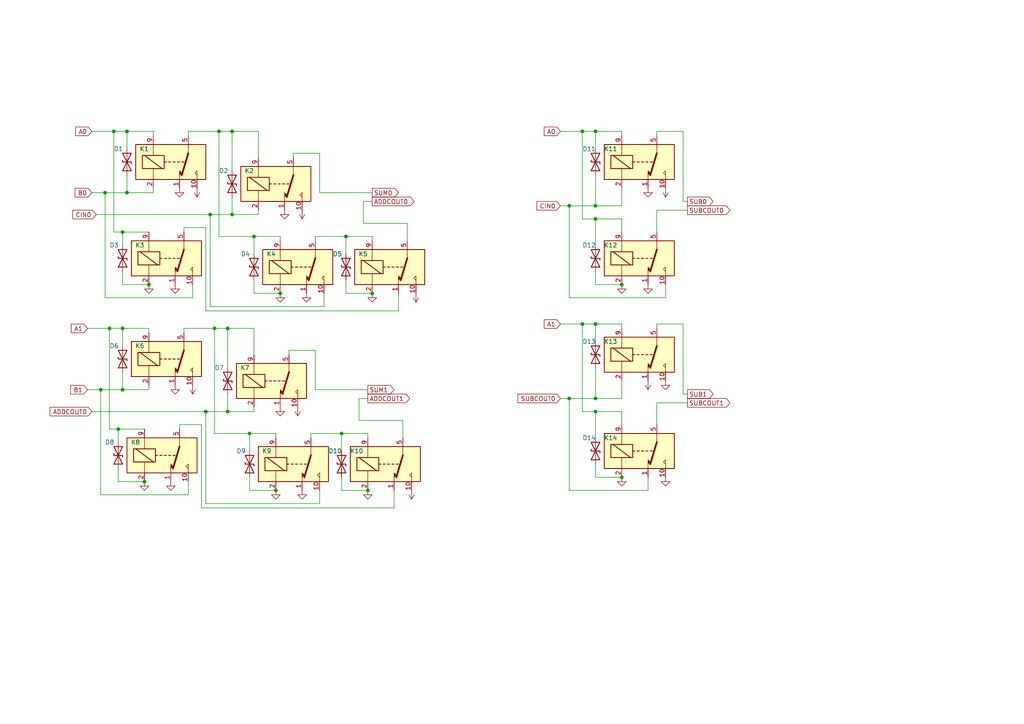
<source format=kicad_sch>
(kicad_sch (version 20230121) (generator eeschema)
  (paper "A4")
  (lib_symbols
    (symbol "Device:D_TVS" (pin_numbers hide) (pin_names (offset 1.016) hide)
      (property "Reference" "D" (at 0 2.54 0))
      (property "Value" "D_TVS" (at 0 -2.54 0))
      (symbol "D_TVS_0_1"
        (polyline (pts (xy 1.27 0) (xy -1.27 0)))
        (polyline (pts (xy 0.508 1.27) (xy 0 1.27) (xy 0 -1.27) (xy -0.508 -1.27)) (stroke (width 0.254)))
        (polyline (pts (xy -2.54 1.27) (xy -2.54 -1.27) (xy 2.54 1.27) (xy 2.54 -1.27) (xy -2.54 1.27)) (stroke (width 0.254)))
      )
      (symbol "D_TVS_1_1"
        (pin passive line (at -3.81 0 0) (length 2.54) (name "A1") (number "1"))
        (pin passive line (at 3.81 0 180) (length 2.54) (name "A2") (number "2"))
      )
    )
    (symbol "Relay:G5V-1"
      (property "Reference" "K" (at 11.43 3.81 0))
      (property "Value" "G5V-1" (at 11.43 1.27 0))
      (symbol "G5V-1_0_0"
        (polyline (pts (xy 7.62 5.08) (xy 7.62 2.54) (xy 6.985 3.175) (xy 7.62 3.81)))
      )
      (symbol "G5V-1_0_1"
        (rectangle (start -10.16 5.08) (end 10.16 -5.08) (stroke (width 0.254)) (fill (type background)))
        (rectangle (start -8.255 1.905) (end -1.905 -1.905) (stroke (width 0.254)))
        (polyline (pts (xy -7.62 -1.905) (xy -2.54 1.905)) (stroke (width 0.254)))
        (polyline (pts (xy -5.08 -5.08) (xy -5.08 -1.905)))
        (polyline (pts (xy -5.08 5.08) (xy -5.08 1.905)))
        (polyline (pts (xy -1.905 0) (xy -1.27 0)) (stroke (width 0.254)))
        (polyline (pts (xy -0.635 0) (xy 0 0)) (stroke (width 0.254)))
        (polyline (pts (xy 0.635 0) (xy 1.27 0)) (stroke (width 0.254)))
        (polyline (pts (xy 1.905 0) (xy 2.54 0)) (stroke (width 0.254)))
        (polyline (pts (xy 3.175 0) (xy 3.81 0)) (stroke (width 0.254)))
        (polyline (pts (xy 5.08 -2.54) (xy 3.175 3.81)) (stroke (width 0.508)))
        (polyline (pts (xy 5.08 -2.54) (xy 5.08 -5.08)))
        (polyline (pts (xy 2.54 5.08) (xy 2.54 2.54) (xy 3.175 3.175) (xy 2.54 3.81)) (fill (type outline)))
      )
      (symbol "G5V-1_1_1"
        (pin passive line (at 2.54 7.62 270) (length 2.54) (name "~") (number "1"))
        (pin passive line (at 7.62 7.62 270) (length 2.54) (name "~") (number "10"))
        (pin passive line (at -5.08 7.62 270) (length 2.54) (name "~") (number "2"))
        (pin passive line (at 5.08 -7.62 90) (length 2.54) (name "~") (number "5"))
        (pin passive line (at 5.08 -7.62 90) (length 2.54) hide (name "~") (number "6"))
        (pin passive line (at -5.08 -7.62 90) (length 2.54) (name "~") (number "9"))
      )
    )
    (symbol "power:+5V" (power) (pin_names (offset 0))
      (property "Value" "+5V" (at 0 3.556 0))
      (symbol "+5V_0_1"
        (polyline (pts (xy -0.762 1.27) (xy 0 2.54)))
        (polyline (pts (xy 0 0) (xy 0 2.54)))
        (polyline (pts (xy 0 2.54) (xy 0.762 1.27)))
      )
      (symbol "+5V_1_1"
        (pin power_in line (at 0 0 90) (length 0) hide (name "+5V") (number "1"))
      )
    )
    (symbol "power:GND" (power) (pin_names (offset 0))
      (property "Value" "GND" (at 0 -3.81 0))
      (symbol "GND_0_1"
        (polyline (pts (xy 0 0) (xy 0 -1.27) (xy 1.27 -1.27) (xy 0 -2.54) (xy -1.27 -1.27) (xy 0 -1.27)))
      )
      (symbol "GND_1_1"
        (pin power_in line (at 0 0 270) (length 0) hide (name "GND") (number "1"))
      )
    )
  )
  (junction (at 35.56 95.25))
  (junction (at 81.28 85.09))
  (junction (at 165.1 115.57))
  (junction (at 168.91 93.98))
  (junction (at 73.66 68.58))
  (junction (at 72.39 125.73))
  (junction (at 59.69 119.38))
  (junction (at 35.56 67.31))
  (junction (at 60.96 62.23))
  (junction (at 172.72 93.98))
  (junction (at 172.72 63.5))
  (junction (at 30.48 55.88))
  (junction (at 34.29 124.46))
  (junction (at 165.1 59.69))
  (junction (at 107.95 85.09))
  (junction (at 172.72 38.1))
  (junction (at 29.21 113.03))
  (junction (at 172.72 119.38))
  (junction (at 63.5 38.1))
  (junction (at 35.56 113.03))
  (junction (at 41.91 139.7))
  (junction (at 66.04 95.25))
  (junction (at 172.72 59.69))
  (junction (at 66.04 119.38))
  (junction (at 180.34 138.43))
  (junction (at 106.68 142.24))
  (junction (at 36.83 55.88))
  (junction (at 100.33 68.58))
  (junction (at 67.31 38.1))
  (junction (at 180.34 82.55))
  (junction (at 33.02 38.1))
  (junction (at 67.31 62.23))
  (junction (at 62.23 95.25))
  (junction (at 99.06 125.73))
  (junction (at 172.72 115.57))
  (junction (at 31.75 95.25))
  (junction (at 36.83 38.1))
  (junction (at 168.91 38.1))
  (junction (at 43.18 82.55))
  (junction (at 80.01 142.24))
  (wire (pts (xy 63.5 38.1) (xy 67.31 38.1)))
  (wire (pts (xy 180.34 67.31) (xy 180.34 63.5)))
  (wire (pts (xy 193.04 82.55) (xy 193.04 86.36)))
  (wire (pts (xy 91.44 101.6) (xy 83.82 101.6)))
  (wire (pts (xy 59.69 119.38) (xy 66.04 119.38)))
  (wire (pts (xy 172.72 138.43) (xy 180.34 138.43)))
  (wire (pts (xy 172.72 59.69) (xy 180.34 59.69)))
  (wire (pts (xy 66.04 119.38) (xy 73.66 119.38)))
  (wire (pts (xy 165.1 115.57) (xy 165.1 142.24)))
  (wire (pts (xy 55.88 86.36) (xy 55.88 82.55)))
  (wire (pts (xy 168.91 93.98) (xy 168.91 119.38)))
  (wire (pts (xy 72.39 138.43) (xy 72.39 142.24)))
  (wire (pts (xy 180.34 54.61) (xy 180.34 59.69)))
  (wire (pts (xy 67.31 57.15) (xy 67.31 62.23)))
  (wire (pts (xy 26.67 119.38) (xy 59.69 119.38)))
  (wire (pts (xy 31.75 124.46) (xy 34.29 124.46)))
  (wire (pts (xy 165.1 142.24) (xy 187.96 142.24)))
  (wire (pts (xy 168.91 38.1) (xy 168.91 63.5)))
  (wire (pts (xy 34.29 124.46) (xy 34.29 128.27)))
  (wire (pts (xy 165.1 59.69) (xy 172.72 59.69)))
  (wire (pts (xy 73.66 85.09) (xy 81.28 85.09)))
  (wire (pts (xy 198.12 93.98) (xy 198.12 114.3)))
  (wire (pts (xy 44.45 55.88) (xy 44.45 54.61)))
  (wire (pts (xy 74.93 45.72) (xy 74.93 38.1)))
  (wire (pts (xy 29.21 143.51) (xy 54.61 143.51)))
  (wire (pts (xy 52.07 123.19) (xy 52.07 124.46)))
  (wire (pts (xy 107.95 55.88) (xy 92.71 55.88)))
  (wire (pts (xy 80.01 125.73) (xy 80.01 127)))
  (wire (pts (xy 33.02 67.31) (xy 35.56 67.31)))
  (wire (pts (xy 58.42 123.19) (xy 52.07 123.19)))
  (wire (pts (xy 162.56 59.69) (xy 165.1 59.69)))
  (wire (pts (xy 66.04 95.25) (xy 66.04 106.68)))
  (wire (pts (xy 198.12 58.42) (xy 199.39 58.42)))
  (wire (pts (xy 31.75 95.25) (xy 35.56 95.25)))
  (wire (pts (xy 180.34 63.5) (xy 172.72 63.5)))
  (wire (pts (xy 168.91 38.1) (xy 172.72 38.1)))
  (wire (pts (xy 27.94 62.23) (xy 60.96 62.23)))
  (wire (pts (xy 85.09 44.45) (xy 85.09 45.72)))
  (wire (pts (xy 180.34 110.49) (xy 180.34 115.57)))
  (wire (pts (xy 58.42 147.32) (xy 58.42 123.19)))
  (wire (pts (xy 72.39 142.24) (xy 80.01 142.24)))
  (wire (pts (xy 67.31 62.23) (xy 74.93 62.23)))
  (wire (pts (xy 36.83 38.1) (xy 44.45 38.1)))
  (wire (pts (xy 72.39 125.73) (xy 80.01 125.73)))
  (wire (pts (xy 162.56 93.98) (xy 168.91 93.98)))
  (wire (pts (xy 162.56 115.57) (xy 165.1 115.57)))
  (wire (pts (xy 29.21 113.03) (xy 29.21 143.51)))
  (wire (pts (xy 35.56 113.03) (xy 43.18 113.03)))
  (wire (pts (xy 44.45 38.1) (xy 44.45 39.37)))
  (wire (pts (xy 172.72 93.98) (xy 172.72 99.06)))
  (wire (pts (xy 92.71 142.24) (xy 92.71 146.05)))
  (wire (pts (xy 73.66 81.28) (xy 73.66 85.09)))
  (wire (pts (xy 59.69 90.17) (xy 59.69 66.04)))
  (wire (pts (xy 59.69 146.05) (xy 59.69 119.38)))
  (wire (pts (xy 35.56 82.55) (xy 35.56 78.74)))
  (wire (pts (xy 105.41 64.77) (xy 118.11 64.77)))
  (wire (pts (xy 62.23 95.25) (xy 62.23 125.73)))
  (wire (pts (xy 172.72 82.55) (xy 180.34 82.55)))
  (wire (pts (xy 162.56 38.1) (xy 168.91 38.1)))
  (wire (pts (xy 36.83 55.88) (xy 44.45 55.88)))
  (wire (pts (xy 73.66 68.58) (xy 81.28 68.58)))
  (wire (pts (xy 172.72 63.5) (xy 168.91 63.5)))
  (wire (pts (xy 35.56 67.31) (xy 43.18 67.31)))
  (wire (pts (xy 172.72 50.8) (xy 172.72 59.69)))
  (wire (pts (xy 180.34 123.19) (xy 180.34 119.38)))
  (wire (pts (xy 34.29 124.46) (xy 41.91 124.46)))
  (wire (pts (xy 180.34 93.98) (xy 180.34 95.25)))
  (wire (pts (xy 66.04 114.3) (xy 66.04 119.38)))
  (wire (pts (xy 92.71 146.05) (xy 59.69 146.05)))
  (wire (pts (xy 165.1 115.57) (xy 172.72 115.57)))
  (wire (pts (xy 83.82 101.6) (xy 83.82 102.87)))
  (wire (pts (xy 168.91 93.98) (xy 172.72 93.98)))
  (wire (pts (xy 116.84 121.92) (xy 116.84 127)))
  (wire (pts (xy 172.72 63.5) (xy 172.72 71.12)))
  (wire (pts (xy 100.33 68.58) (xy 107.95 68.58)))
  (wire (pts (xy 114.3 147.32) (xy 58.42 147.32)))
  (wire (pts (xy 172.72 115.57) (xy 180.34 115.57)))
  (wire (pts (xy 35.56 95.25) (xy 43.18 95.25)))
  (wire (pts (xy 172.72 78.74) (xy 172.72 82.55)))
  (wire (pts (xy 172.72 106.68) (xy 172.72 115.57)))
  (wire (pts (xy 107.95 68.58) (xy 107.95 69.85)))
  (wire (pts (xy 90.17 127) (xy 90.17 125.73)))
  (wire (pts (xy 29.21 113.03) (xy 35.56 113.03)))
  (wire (pts (xy 43.18 113.03) (xy 43.18 111.76)))
  (wire (pts (xy 106.68 115.57) (xy 104.14 115.57)))
  (wire (pts (xy 199.39 116.84) (xy 190.5 116.84)))
  (wire (pts (xy 60.96 62.23) (xy 67.31 62.23)))
  (wire (pts (xy 30.48 55.88) (xy 36.83 55.88)))
  (wire (pts (xy 54.61 38.1) (xy 54.61 39.37)))
  (wire (pts (xy 91.44 68.58) (xy 100.33 68.58)))
  (wire (pts (xy 99.06 138.43) (xy 99.06 142.24)))
  (wire (pts (xy 118.11 64.77) (xy 118.11 69.85)))
  (wire (pts (xy 180.34 119.38) (xy 172.72 119.38)))
  (wire (pts (xy 99.06 125.73) (xy 99.06 130.81)))
  (wire (pts (xy 199.39 60.96) (xy 190.5 60.96)))
  (wire (pts (xy 41.91 139.7) (xy 34.29 139.7)))
  (wire (pts (xy 190.5 38.1) (xy 198.12 38.1)))
  (wire (pts (xy 100.33 85.09) (xy 107.95 85.09)))
  (wire (pts (xy 190.5 60.96) (xy 190.5 67.31)))
  (wire (pts (xy 81.28 68.58) (xy 81.28 69.85)))
  (wire (pts (xy 35.56 95.25) (xy 35.56 100.33)))
  (wire (pts (xy 30.48 55.88) (xy 30.48 86.36)))
  (wire (pts (xy 25.4 113.03) (xy 29.21 113.03)))
  (wire (pts (xy 30.48 86.36) (xy 55.88 86.36)))
  (wire (pts (xy 190.5 93.98) (xy 198.12 93.98)))
  (wire (pts (xy 26.67 38.1) (xy 33.02 38.1)))
  (wire (pts (xy 190.5 93.98) (xy 190.5 95.25)))
  (wire (pts (xy 74.93 62.23) (xy 74.93 60.96)))
  (wire (pts (xy 91.44 69.85) (xy 91.44 68.58)))
  (wire (pts (xy 34.29 139.7) (xy 34.29 135.89)))
  (wire (pts (xy 33.02 67.31) (xy 33.02 38.1)))
  (wire (pts (xy 33.02 38.1) (xy 36.83 38.1)))
  (wire (pts (xy 92.71 44.45) (xy 85.09 44.45)))
  (wire (pts (xy 172.72 119.38) (xy 168.91 119.38)))
  (wire (pts (xy 114.3 142.24) (xy 114.3 147.32)))
  (wire (pts (xy 53.34 66.04) (xy 53.34 67.31)))
  (wire (pts (xy 107.95 58.42) (xy 105.41 58.42)))
  (wire (pts (xy 165.1 59.69) (xy 165.1 86.36)))
  (wire (pts (xy 172.72 134.62) (xy 172.72 138.43)))
  (wire (pts (xy 73.66 119.38) (xy 73.66 118.11)))
  (wire (pts (xy 60.96 88.9) (xy 60.96 62.23)))
  (wire (pts (xy 198.12 38.1) (xy 198.12 58.42)))
  (wire (pts (xy 115.57 90.17) (xy 59.69 90.17)))
  (wire (pts (xy 54.61 143.51) (xy 54.61 139.7)))
  (wire (pts (xy 172.72 93.98) (xy 180.34 93.98)))
  (wire (pts (xy 35.56 107.95) (xy 35.56 113.03)))
  (wire (pts (xy 67.31 38.1) (xy 74.93 38.1)))
  (wire (pts (xy 25.4 95.25) (xy 31.75 95.25)))
  (wire (pts (xy 99.06 125.73) (xy 106.68 125.73)))
  (wire (pts (xy 63.5 68.58) (xy 73.66 68.58)))
  (wire (pts (xy 36.83 50.8) (xy 36.83 55.88)))
  (wire (pts (xy 115.57 85.09) (xy 115.57 90.17)))
  (wire (pts (xy 100.33 81.28) (xy 100.33 85.09)))
  (wire (pts (xy 63.5 38.1) (xy 63.5 68.58)))
  (wire (pts (xy 54.61 38.1) (xy 63.5 38.1)))
  (wire (pts (xy 62.23 125.73) (xy 72.39 125.73)))
  (wire (pts (xy 53.34 95.25) (xy 62.23 95.25)))
  (wire (pts (xy 59.69 66.04) (xy 53.34 66.04)))
  (wire (pts (xy 36.83 38.1) (xy 36.83 43.18)))
  (wire (pts (xy 172.72 38.1) (xy 180.34 38.1)))
  (wire (pts (xy 93.98 88.9) (xy 60.96 88.9)))
  (wire (pts (xy 67.31 38.1) (xy 67.31 49.53)))
  (wire (pts (xy 26.67 55.88) (xy 30.48 55.88)))
  (wire (pts (xy 165.1 86.36) (xy 193.04 86.36)))
  (wire (pts (xy 43.18 82.55) (xy 35.56 82.55)))
  (wire (pts (xy 92.71 55.88) (xy 92.71 44.45)))
  (wire (pts (xy 104.14 121.92) (xy 116.84 121.92)))
  (wire (pts (xy 90.17 125.73) (xy 99.06 125.73)))
  (wire (pts (xy 187.96 138.43) (xy 187.96 142.24)))
  (wire (pts (xy 106.68 125.73) (xy 106.68 127)))
  (wire (pts (xy 172.72 38.1) (xy 172.72 43.18)))
  (wire (pts (xy 190.5 38.1) (xy 190.5 39.37)))
  (wire (pts (xy 104.14 115.57) (xy 104.14 121.92)))
  (wire (pts (xy 93.98 85.09) (xy 93.98 88.9)))
  (wire (pts (xy 105.41 58.42) (xy 105.41 64.77)))
  (wire (pts (xy 72.39 125.73) (xy 72.39 130.81)))
  (wire (pts (xy 91.44 113.03) (xy 91.44 101.6)))
  (wire (pts (xy 99.06 142.24) (xy 106.68 142.24)))
  (wire (pts (xy 73.66 68.58) (xy 73.66 73.66)))
  (wire (pts (xy 180.34 38.1) (xy 180.34 39.37)))
  (wire (pts (xy 66.04 95.25) (xy 73.66 95.25)))
  (wire (pts (xy 53.34 95.25) (xy 53.34 96.52)))
  (wire (pts (xy 31.75 124.46) (xy 31.75 95.25)))
  (wire (pts (xy 43.18 95.25) (xy 43.18 96.52)))
  (wire (pts (xy 190.5 116.84) (xy 190.5 123.19)))
  (wire (pts (xy 100.33 68.58) (xy 100.33 73.66)))
  (wire (pts (xy 172.72 119.38) (xy 172.72 127)))
  (wire (pts (xy 106.68 113.03) (xy 91.44 113.03)))
  (wire (pts (xy 73.66 102.87) (xy 73.66 95.25)))
  (wire (pts (xy 198.12 114.3) (xy 199.39 114.3)))
  (wire (pts (xy 35.56 67.31) (xy 35.56 71.12)))
  (wire (pts (xy 62.23 95.25) (xy 66.04 95.25)))
  (global_label "CIN0" (shape input) (at 27.94 62.23 180) (property "Intersheetrefs" "${INTERSHEET_REFS}" (effects hide)))
  (global_label "SUM0" (shape output) (at 107.95 55.88 0) (property "Intersheetrefs" "${INTERSHEET_REFS}" (effects hide)))
  (global_label "A0" (shape input) (at 26.67 38.1 180) (property "Intersheetrefs" "${INTERSHEET_REFS}" (effects hide)))
  (global_label "ADDCOUT1" (shape output) (at 106.68 115.57 0) (property "Intersheetrefs" "${INTERSHEET_REFS}" (effects hide)))
  (global_label "B1" (shape input) (at 25.4 113.03 180) (property "Intersheetrefs" "${INTERSHEET_REFS}" (effects hide)))
  (global_label "SUBCOUT1" (shape output) (at 199.39 116.84 0) (property "Intersheetrefs" "${INTERSHEET_REFS}" (effects hide)))
  (global_label "ADDCOUT0" (shape output) (at 107.95 58.42 0) (property "Intersheetrefs" "${INTERSHEET_REFS}" (effects hide)))
  (global_label "CIN0" (shape input) (at 162.56 59.69 180) (property "Intersheetrefs" "${INTERSHEET_REFS}" (effects hide)))
  (global_label "SUBCOUT0" (shape output) (at 199.39 60.96 0) (property "Intersheetrefs" "${INTERSHEET_REFS}" (effects hide)))
  (global_label "SUBCOUT0" (shape input) (at 162.56 115.57 180) (property "Intersheetrefs" "${INTERSHEET_REFS}" (effects hide)))
  (global_label "A0" (shape input) (at 162.56 38.1 180) (property "Intersheetrefs" "${INTERSHEET_REFS}" (effects hide)))
  (global_label "ADDCOUT0" (shape input) (at 26.67 119.38 180) (property "Intersheetrefs" "${INTERSHEET_REFS}" (effects hide)))
  (global_label "A1" (shape input) (at 162.56 93.98 180) (property "Intersheetrefs" "${INTERSHEET_REFS}" (effects hide)))
  (global_label "B0" (shape input) (at 26.67 55.88 180) (property "Intersheetrefs" "${INTERSHEET_REFS}" (effects hide)))
  (global_label "SUB1" (shape output) (at 199.39 114.3 0) (property "Intersheetrefs" "${INTERSHEET_REFS}" (effects hide)))
  (global_label "SUM1" (shape output) (at 106.68 113.03 0) (property "Intersheetrefs" "${INTERSHEET_REFS}" (effects hide)))
  (global_label "A1" (shape input) (at 25.4 95.25 180) (property "Intersheetrefs" "${INTERSHEET_REFS}" (effects hide)))
  (global_label "SUB0" (shape output) (at 199.39 58.42 0) (property "Intersheetrefs" "${INTERSHEET_REFS}" (effects hide)))
  (symbol (lib_id "Relay:G5V-1") (at 48.26 104.14 0) (mirror x) (unit 1)
    (property "Reference" "K6" (at 41.91 100.33 0) (effects (justify right)))
    (property "Value" "G5V-1" (effects hide))
    (property "Footprint" "Relay_THT:Relay_SPDT_Omron_G5V-1" (effects hide))
    (property "Datasheet" "http://omronfs.omron.com/en_US/ecb/products/pdf/en-g5v_1.pdf" (effects hide))
    (property "Part_Link" "https://www.digikey.com/short/z2t73vfh" (effects hide))
    (property "Socket_Link" "https://www.digikey.com/short/h0zrr2pd" (effects hide))
  )
  (symbol (lib_id "power:GND") (at 82.55 60.96 0) (unit 1)
    (property "Reference" "#PWR0104" (effects hide))
    (property "Value" "GND" (effects hide))
  )
  (symbol (lib_id "power:+5V") (at 87.63 60.96 180) (unit 1)
    (property "Reference" "#PWR0103" (effects hide))
    (property "Value" "+5V" (effects hide))
  )
  (symbol (lib_id "power:+5V") (at 55.88 111.76 180) (unit 1)
    (property "Reference" "#PWR0111" (effects hide))
    (property "Value" "+5V" (effects hide))
  )
  (symbol (lib_id "power:GND") (at 106.68 142.24 0) (unit 1)
    (property "Reference" "#PWR0122" (effects hide))
    (property "Value" "GND" (effects hide))
  )
  (symbol (lib_id "power:+5V") (at 187.96 110.49 180) (unit 1)
    (property "Reference" "#PWR0126" (effects hide))
    (property "Value" "+5V" (effects hide))
  )
  (symbol (lib_id "Relay:G5V-1") (at 78.74 110.49 0) (mirror x) (unit 1)
    (property "Reference" "K7" (at 72.39 106.68 0) (effects (justify right)))
    (property "Value" "G5V-1" (effects hide))
    (property "Footprint" "Relay_THT:Relay_SPDT_Omron_G5V-1" (effects hide))
    (property "Datasheet" "http://omronfs.omron.com/en_US/ecb/products/pdf/en-g5v_1.pdf" (effects hide))
    (property "Part_Link" "https://www.digikey.com/short/z2t73vfh" (effects hide))
    (property "Socket_Link" "https://www.digikey.com/short/h0zrr2pd" (effects hide))
  )
  (symbol (lib_id "power:GND") (at 180.34 82.55 0) (unit 1)
    (property "Reference" "#PWR0128" (effects hide))
    (property "Value" "GND" (effects hide))
  )
  (symbol (lib_id "power:GND") (at 193.04 138.43 0) (unit 1)
    (property "Reference" "#PWR0123" (effects hide))
    (property "Value" "GND" (effects hide))
  )
  (symbol (lib_id "power:GND") (at 81.28 118.11 0) (unit 1)
    (property "Reference" "#PWR0106" (effects hide))
    (property "Value" "GND" (effects hide))
  )
  (symbol (lib_id "Device:D_TVS") (at 34.29 132.08 90) (unit 1)
    (property "Reference" "D8" (at 30.48 128.27 90) (effects (justify right)))
    (property "Value" "D_TVS" (effects hide))
    (property "Footprint" "Diode_SMD:D_SOD-323_HandSoldering" (effects hide))
  )
  (symbol (lib_id "Device:D_TVS") (at 72.39 134.62 90) (unit 1)
    (property "Reference" "D9" (at 68.58 130.81 90) (effects (justify right)))
    (property "Value" "D_TVS" (effects hide))
    (property "Footprint" "Diode_SMD:D_SOD-323_HandSoldering" (effects hide))
  )
  (symbol (lib_id "power:+5V") (at 193.04 54.61 180) (unit 1)
    (property "Reference" "#PWR0129" (effects hide))
    (property "Value" "+5V" (effects hide))
  )
  (symbol (lib_id "power:GND") (at 41.91 139.7 0) (unit 1)
    (property "Reference" "#PWR0113" (effects hide))
    (property "Value" "GND" (effects hide))
  )
  (symbol (lib_id "power:+5V") (at 120.65 85.09 180) (unit 1)
    (property "Reference" "#PWR0119" (effects hide))
    (property "Value" "+5V" (effects hide))
  )
  (symbol (lib_id "Relay:G5V-1") (at 111.76 134.62 0) (mirror x) (unit 1)
    (property "Reference" "K10" (at 105.41 130.81 0) (effects (justify right)))
    (property "Value" "G5V-1" (effects hide))
    (property "Footprint" "Relay_THT:Relay_SPDT_Omron_G5V-1" (effects hide))
    (property "Datasheet" "http://omronfs.omron.com/en_US/ecb/products/pdf/en-g5v_1.pdf" (effects hide))
    (property "Part_Link" "https://www.digikey.com/short/z2t73vfh" (effects hide))
    (property "Socket_Link" "https://www.digikey.com/short/h0zrr2pd" (effects hide))
  )
  (symbol (lib_id "power:GND") (at 80.01 142.24 0) (unit 1)
    (property "Reference" "#PWR0107" (effects hide))
    (property "Value" "GND" (effects hide))
  )
  (symbol (lib_id "power:GND") (at 187.96 54.61 0) (unit 1)
    (property "Reference" "#PWR0130" (effects hide))
    (property "Value" "GND" (effects hide))
  )
  (symbol (lib_id "Relay:G5V-1") (at 80.01 53.34 0) (mirror x) (unit 1)
    (property "Reference" "K2" (at 73.66 49.53 0) (effects (justify right)))
    (property "Value" "G5V-1" (effects hide))
    (property "Footprint" "Relay_THT:Relay_SPDT_Omron_G5V-1" (effects hide))
    (property "Datasheet" "http://omronfs.omron.com/en_US/ecb/products/pdf/en-g5v_1.pdf" (effects hide))
    (property "Part_Link" "https://www.digikey.com/short/z2t73vfh" (effects hide))
    (property "Socket_Link" "https://www.digikey.com/short/h0zrr2pd" (effects hide))
  )
  (symbol (lib_id "Relay:G5V-1") (at 185.42 102.87 0) (mirror x) (unit 1)
    (property "Reference" "K13" (at 179.07 99.06 0) (effects (justify right)))
    (property "Value" "G5V-1" (effects hide))
    (property "Footprint" "Relay_THT:Relay_SPDT_Omron_G5V-1" (effects hide))
    (property "Datasheet" "http://omronfs.omron.com/en_US/ecb/products/pdf/en-g5v_1.pdf" (effects hide))
    (property "Part_Link" "https://www.digikey.com/short/z2t73vfh" (effects hide))
    (property "Socket_Link" "https://www.digikey.com/short/h0zrr2pd" (effects hide))
  )
  (symbol (lib_id "Device:D_TVS") (at 73.66 77.47 90) (unit 1)
    (property "Reference" "D4" (at 69.85 73.66 90) (effects (justify right)))
    (property "Value" "D_TVS" (effects hide))
    (property "Footprint" "Diode_SMD:D_SOD-323_HandSoldering" (effects hide))
  )
  (symbol (lib_id "power:GND") (at 50.8 111.76 0) (unit 1)
    (property "Reference" "#PWR0112" (effects hide))
    (property "Value" "GND" (effects hide))
  )
  (symbol (lib_id "Device:D_TVS") (at 172.72 130.81 90) (unit 1)
    (property "Reference" "D14" (at 168.91 127 90) (effects (justify right)))
    (property "Value" "D_TVS" (effects hide))
    (property "Footprint" "Diode_SMD:D_SOD-323_HandSoldering" (effects hide))
  )
  (symbol (lib_id "power:GND") (at 52.07 54.61 0) (unit 1)
    (property "Reference" "#PWR0118" (effects hide))
    (property "Value" "GND" (effects hide))
  )
  (symbol (lib_id "power:+5V") (at 86.36 118.11 180) (unit 1)
    (property "Reference" "#PWR0105" (effects hide))
    (property "Value" "+5V" (effects hide))
  )
  (symbol (lib_id "power:GND") (at 88.9 85.09 0) (unit 1)
    (property "Reference" "#PWR0109" (effects hide))
    (property "Value" "GND" (effects hide))
  )
  (symbol (lib_id "Device:D_TVS") (at 36.83 46.99 90) (unit 1)
    (property "Reference" "D1" (at 33.02 43.18 90) (effects (justify right)))
    (property "Value" "D_TVS" (effects hide))
    (property "Footprint" "Diode_SMD:D_SOD-323_HandSoldering" (effects hide))
    (property "Part_Link" "https://www.digikey.com/short/zpm0qwdt" (effects hide))
  )
  (symbol (lib_id "Device:D_TVS") (at 172.72 74.93 90) (unit 1)
    (property "Reference" "D12" (at 168.91 71.12 90) (effects (justify right)))
    (property "Value" "D_TVS" (effects hide))
    (property "Footprint" "Diode_SMD:D_SOD-323_HandSoldering" (effects hide))
  )
  (symbol (lib_id "Device:D_TVS") (at 172.72 46.99 90) (unit 1)
    (property "Reference" "D11" (at 168.91 43.18 90) (effects (justify right)))
    (property "Value" "D_TVS" (effects hide))
    (property "Footprint" "Diode_SMD:D_SOD-323_HandSoldering" (effects hide))
  )
  (symbol (lib_id "Device:D_TVS") (at 172.72 102.87 90) (unit 1)
    (property "Reference" "D13" (at 168.91 99.06 90) (effects (justify right)))
    (property "Value" "D_TVS" (effects hide))
    (property "Footprint" "Diode_SMD:D_SOD-323_HandSoldering" (effects hide))
  )
  (symbol (lib_id "Relay:G5V-1") (at 85.09 134.62 0) (mirror x) (unit 1)
    (property "Reference" "K9" (at 78.74 130.81 0) (effects (justify right)))
    (property "Value" "G5V-1" (effects hide))
    (property "Footprint" "Relay_THT:Relay_SPDT_Omron_G5V-1" (effects hide))
    (property "Datasheet" "http://omronfs.omron.com/en_US/ecb/products/pdf/en-g5v_1.pdf" (effects hide))
    (property "Part_Link" "https://www.digikey.com/short/z2t73vfh" (effects hide))
    (property "Socket_Link" "https://www.digikey.com/short/h0zrr2pd" (effects hide))
  )
  (symbol (lib_id "Relay:G5V-1") (at 185.42 130.81 0) (mirror x) (unit 1)
    (property "Reference" "K14" (at 179.07 127 0) (effects (justify right)))
    (property "Value" "G5V-1" (effects hide))
    (property "Footprint" "Relay_THT:Relay_SPDT_Omron_G5V-1" (effects hide))
    (property "Datasheet" "http://omronfs.omron.com/en_US/ecb/products/pdf/en-g5v_1.pdf" (effects hide))
    (property "Part_Link" "https://www.digikey.com/short/z2t73vfh" (effects hide))
    (property "Socket_Link" "https://www.digikey.com/short/h0zrr2pd" (effects hide))
  )
  (symbol (lib_id "power:GND") (at 187.96 82.55 0) (unit 1)
    (property "Reference" "#PWR0127" (effects hide))
    (property "Value" "GND" (effects hide))
  )
  (symbol (lib_id "power:GND") (at 49.53 139.7 0) (unit 1)
    (property "Reference" "#PWR0114" (effects hide))
    (property "Value" "GND" (effects hide))
  )
  (symbol (lib_id "power:GND") (at 193.04 110.49 0) (unit 1)
    (property "Reference" "#PWR0125" (effects hide))
    (property "Value" "GND" (effects hide))
  )
  (symbol (lib_id "Relay:G5V-1") (at 48.26 74.93 0) (mirror x) (unit 1)
    (property "Reference" "K3" (at 41.91 71.12 0) (effects (justify right)))
    (property "Value" "G5V-1" (effects hide))
    (property "Footprint" "Relay_THT:Relay_SPDT_Omron_G5V-1" (effects hide))
    (property "Datasheet" "http://omronfs.omron.com/en_US/ecb/products/pdf/en-g5v_1.pdf" (effects hide))
    (property "Part_Link" "https://www.digikey.com/short/z2t73vfh" (effects hide))
    (property "Socket_Link" "https://www.digikey.com/short/h0zrr2pd" (effects hide))
  )
  (symbol (lib_id "Device:D_TVS") (at 100.33 77.47 90) (unit 1)
    (property "Reference" "D5" (at 96.52 73.66 90) (effects (justify right)))
    (property "Value" "D_TVS" (effects hide))
    (property "Footprint" "Diode_SMD:D_SOD-323_HandSoldering" (effects hide))
  )
  (symbol (lib_id "Device:D_TVS") (at 35.56 74.93 90) (unit 1)
    (property "Reference" "D3" (at 31.75 71.12 90) (effects (justify right)))
    (property "Value" "D_TVS" (effects hide))
    (property "Footprint" "Diode_SMD:D_SOD-323_HandSoldering" (effects hide))
  )
  (symbol (lib_id "Relay:G5V-1") (at 113.03 77.47 0) (mirror x) (unit 1)
    (property "Reference" "K5" (at 106.68 73.66 0) (effects (justify right)))
    (property "Value" "G5V-1" (effects hide))
    (property "Footprint" "Relay_THT:Relay_SPDT_Omron_G5V-1" (effects hide))
    (property "Datasheet" "http://omronfs.omron.com/en_US/ecb/products/pdf/en-g5v_1.pdf" (effects hide))
    (property "Part_Link" "https://www.digikey.com/short/z2t73vfh" (effects hide))
    (property "Socket_Link" "https://www.digikey.com/short/h0zrr2pd" (effects hide))
  )
  (symbol (lib_id "Device:D_TVS") (at 66.04 110.49 90) (unit 1)
    (property "Reference" "D7" (at 62.23 106.68 90) (effects (justify right)))
    (property "Value" "D_TVS" (effects hide))
    (property "Footprint" "Diode_SMD:D_SOD-323_HandSoldering" (effects hide))
  )
  (symbol (lib_id "Device:D_TVS") (at 99.06 134.62 90) (unit 1)
    (property "Reference" "D10" (at 95.25 130.81 90) (effects (justify right)))
    (property "Value" "D_TVS" (effects hide))
    (property "Footprint" "Diode_SMD:D_SOD-323_HandSoldering" (effects hide))
  )
  (symbol (lib_id "Relay:G5V-1") (at 86.36 77.47 0) (mirror x) (unit 1)
    (property "Reference" "K4" (at 80.01 73.66 0) (effects (justify right)))
    (property "Value" "G5V-1" (effects hide))
    (property "Footprint" "Relay_THT:Relay_SPDT_Omron_G5V-1" (effects hide))
    (property "Datasheet" "http://omronfs.omron.com/en_US/ecb/products/pdf/en-g5v_1.pdf" (effects hide))
    (property "Part_Link" "https://www.digikey.com/short/z2t73vfh" (effects hide))
    (property "Socket_Link" "https://www.digikey.com/short/h0zrr2pd" (effects hide))
  )
  (symbol (lib_id "power:GND") (at 87.63 142.24 0) (unit 1)
    (property "Reference" "#PWR0108" (effects hide))
    (property "Value" "GND" (effects hide))
  )
  (symbol (lib_id "Relay:G5V-1") (at 185.42 46.99 0) (mirror x) (unit 1)
    (property "Reference" "K11" (at 179.07 43.18 0) (effects (justify right)))
    (property "Value" "G5V-1" (effects hide))
    (property "Footprint" "Relay_THT:Relay_SPDT_Omron_G5V-1" (effects hide))
    (property "Datasheet" "http://omronfs.omron.com/en_US/ecb/products/pdf/en-g5v_1.pdf" (effects hide))
    (property "Part_Link" "https://www.digikey.com/short/z2t73vfh" (effects hide))
    (property "Socket_Link" "https://www.digikey.com/short/h0zrr2pd" (effects hide))
  )
  (symbol (lib_id "Relay:G5V-1") (at 185.42 74.93 0) (mirror x) (unit 1)
    (property "Reference" "K12" (at 179.07 71.12 0) (effects (justify right)))
    (property "Value" "G5V-1" (effects hide))
    (property "Footprint" "Relay_THT:Relay_SPDT_Omron_G5V-1" (effects hide))
    (property "Datasheet" "http://omronfs.omron.com/en_US/ecb/products/pdf/en-g5v_1.pdf" (effects hide))
    (property "Part_Link" "https://www.digikey.com/short/z2t73vfh" (effects hide))
    (property "Socket_Link" "https://www.digikey.com/short/h0zrr2pd" (effects hide))
  )
  (symbol (lib_id "power:+5V") (at 57.15 54.61 180) (unit 1)
    (property "Reference" "#PWR0117" (effects hide))
    (property "Value" "+5V" (effects hide))
  )
  (symbol (lib_id "power:GND") (at 43.18 82.55 0) (unit 1)
    (property "Reference" "#PWR0116" (effects hide))
    (property "Value" "GND" (effects hide))
  )
  (symbol (lib_id "Relay:G5V-1") (at 46.99 132.08 0) (mirror x) (unit 1)
    (property "Reference" "K8" (at 40.64 128.27 0) (effects (justify right)))
    (property "Value" "G5V-1" (effects hide))
    (property "Footprint" "Relay_THT:Relay_SPDT_Omron_G5V-1" (effects hide))
    (property "Datasheet" "http://omronfs.omron.com/en_US/ecb/products/pdf/en-g5v_1.pdf" (effects hide))
    (property "Part_Link" "https://www.digikey.com/short/z2t73vfh" (effects hide))
    (property "Socket_Link" "https://www.digikey.com/short/h0zrr2pd" (effects hide))
  )
  (symbol (lib_id "Device:D_TVS") (at 35.56 104.14 90) (unit 1)
    (property "Reference" "D6" (at 31.75 100.33 90) (effects (justify right)))
    (property "Value" "D_TVS" (effects hide))
    (property "Footprint" "Diode_SMD:D_SOD-323_HandSoldering" (effects hide))
  )
  (symbol (lib_id "power:GND") (at 180.34 138.43 0) (unit 1)
    (property "Reference" "#PWR0124" (effects hide))
    (property "Value" "GND" (effects hide))
  )
  (symbol (lib_id "power:GND") (at 107.95 85.09 0) (unit 1)
    (property "Reference" "#PWR0120" (effects hide))
    (property "Value" "GND" (effects hide))
  )
  (symbol (lib_id "Relay:G5V-1") (at 49.53 46.99 0) (mirror x) (unit 1)
    (property "Reference" "K1" (at 43.18 43.18 0) (effects (justify right)))
    (property "Value" "G5V-1" (effects hide))
    (property "Footprint" "Relay_THT:Relay_SPDT_Omron_G5V-1" (effects hide))
    (property "Datasheet" "http://omronfs.omron.com/en_US/ecb/products/pdf/en-g5v_1.pdf" (effects hide))
    (property "Part_Link" "https://www.digikey.com/short/z2t73vfh" (effects hide))
    (property "Socket_Link" "https://www.digikey.com/short/h0zrr2pd" (effects hide))
  )
  (symbol (lib_id "power:GND") (at 81.28 85.09 0) (unit 1)
    (property "Reference" "#PWR0110" (effects hide))
    (property "Value" "GND" (effects hide))
  )
  (symbol (lib_id "power:+5V") (at 119.38 142.24 180) (unit 1)
    (property "Reference" "#PWR0121" (effects hide))
    (property "Value" "+5V" (effects hide))
  )
  (symbol (lib_id "power:GND") (at 50.8 82.55 0) (unit 1)
    (property "Reference" "#PWR0115" (effects hide))
    (property "Value" "GND" (effects hide))
  )
  (symbol (lib_id "Device:D_TVS") (at 67.31 53.34 90) (unit 1)
    (property "Reference" "D2" (at 63.5 49.53 90) (effects (justify right)))
    (property "Value" "D_TVS" (effects hide))
    (property "Footprint" "Diode_SMD:D_SOD-323_HandSoldering" (effects hide))
  )
)
</source>
